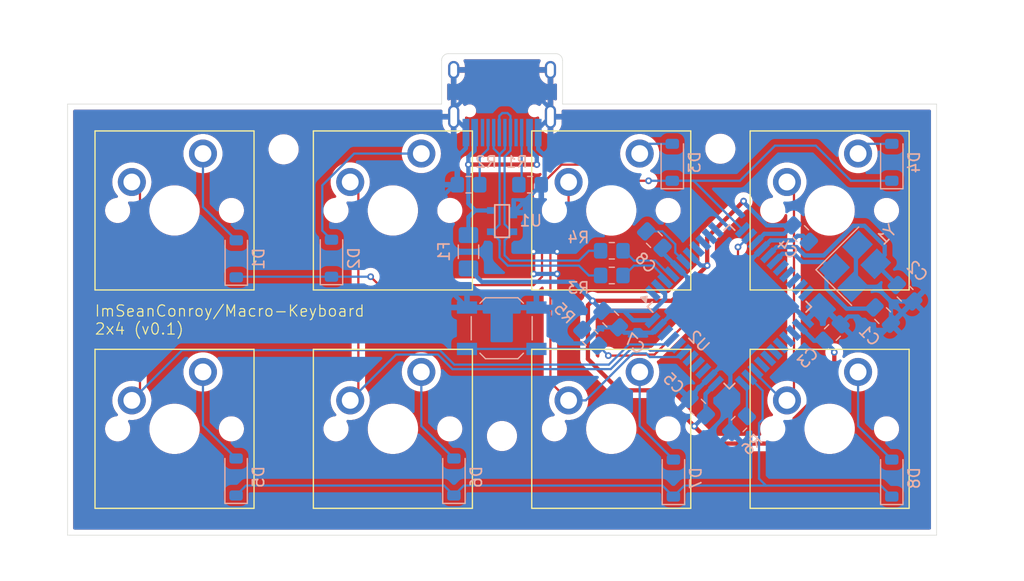
<source format=kicad_pcb>
(kicad_pcb (version 20240108) (generator "pcbnew") (generator_version "8.0")
  (layers (0 "F.Cu" signal) (31 "B.Cu" signal) (34 "B.Paste" user) (35 "F.Paste" user) (36 "B.SilkS" user "B.Silkscreen") (37 "F.SilkS" user "F.Silkscreen") (38 "B.Mask" user) (39 "F.Mask" user) (44 "Edge.Cuts" user))
  (net 0 "")
  (net 1 "DN")
  (net 2 "XTAL1")
  (net 3 "XTAL2")
  (net 4 "GND")
  (net 5 "+5V")
  (net 6 "Net-(U2-UCAP)")
  (net 7 "row0")
  (net 8 "Net-(D1-A)")
  (net 9 "Net-(D2-A)")
  (net 10 "row1")
  (net 11 "Net-(D3-A)")
  (net 12 "Net-(D4-A)")
  (net 13 "Net-(D5-A)")
  (net 14 "Net-(D6-A)")
  (net 15 "Net-(D7-A)")
  (net 16 "Net-(D8-A)")
  (net 17 "VCC")
  (net 20 "RESET")
  (net 22 "Net-(USB1-CC2)")
  (net 23 "Net-(USB1-CC1)")
  (net 24 "D-")
  (net 25 "DP")
  (net 26 "D+")
  (net 27 "Net-(U2-~{HWB}{slash}PE2)")
  (net 28 "col0")
  (net 29 "col1")
  (net 30 "col2")
  (net 31 "col3")
  (net 50 "unconnected-(U2-PB5-Pad29)")
  (footprint "MountingHole:MountingHole_2.2mm_M2_DIN965" (layer "F.Cu") (at 146.425 108.975)
    (property "Reference" "REF**" (hide yes))
    (property "Value" "MountingHole_2.2mm_M2_DIN965" (hide yes))
  )
  (footprint "MountingHole:MountingHole_2.2mm_M2_DIN965" (layer "F.Cu") (at 165.925 83.325)
    (property "Reference" "REF**" (hide yes))
    (property "Value" "MountingHole_2.2mm_M2_DIN965" (hide yes))
  )
  (footprint "ScottoKeebs_MX:MX_PCB_1.00u" (layer "F.Cu") (at 117.183623 108.333623)
    (property "Reference" "SW5" (hide yes))
    (property "Value" "SW_Push" (hide yes))
  )
  (footprint "ScottoKeebs_MX:MX_PCB_1.00u" (layer "F.Cu") (at 136.683623 108.333623)
    (property "Reference" "SW6" (hide yes))
    (property "Value" "SW_Push" (hide yes))
  )
  (footprint "ScottoKeebs_MX:MX_PCB_1.00u" (layer "F.Cu") (at 175.683623 88.833623)
    (property "Reference" "SW4" (hide yes))
    (property "Value" "SW_Push" (hide yes))
  )
  (footprint "ScottoKeebs_MX:MX_PCB_1.00u" (layer "F.Cu") (at 117.183623 88.833623)
    (property "Reference" "SW1" (hide yes))
    (property "Value" "SW_Push" (hide yes))
  )
  (footprint "MountingHole:MountingHole_2.2mm_M2_DIN965" (layer "F.Cu") (at 126.925 83.375)
    (property "Reference" "REF**" (hide yes))
    (property "Value" "MountingHole_2.2mm_M2_DIN965" (hide yes))
  )
  (footprint "ScottoKeebs_MX:MX_PCB_1.00u" (layer "F.Cu") (at 156.183623 108.333623)
    (property "Reference" "SW7" (hide yes))
    (property "Value" "SW_Push" (hide yes))
  )
  (footprint "ScottoKeebs_MX:MX_PCB_1.00u" (layer "F.Cu") (at 175.683623 108.333623)
    (property "Reference" "SW8" (hide yes))
    (property "Value" "SW_Push" (hide yes))
  )
  (footprint "ScottoKeebs_MX:MX_PCB_1.00u" (layer "F.Cu") (at 156.183623 88.833623)
    (property "Reference" "SW3" (hide yes))
    (property "Value" "SW_Push" (hide yes))
  )
  (footprint "ScottoKeebs_MX:MX_PCB_1.00u" (layer "F.Cu") (at 136.683623 88.833623)
    (property "Reference" "SW2" (hide yes))
    (property "Value" "SW_Push" (hide yes))
  )
  (footprint "Diode_SMD:D_SOD-123" (layer "B.Cu") (at 142.133623 112.633623 90)
    (property "Reference" "D6")
    (property "Value" "D")
  )
  (footprint "Diode_SMD:D_SOD-123" (layer "B.Cu") (at 181.233623 84.533623 90)
    (property "Reference" "D4")
    (property "Value" "D")
  )
  (footprint "Resistor_SMD:R_0805_2012Metric_Pad1.20x1.40mm_HandSolder" (layer "B.Cu") (at 143.433623 86.533623)
    (property "Reference" "R2")
    (property "Value" "5.1k" (hide yes))
  )
  (footprint "Capacitor_SMD:C_0805_2012Metric_Pad1.18x1.45mm_HandSolder" (layer "B.Cu") (at 173.1 90.9 -45)
    (property "Reference" "C4")
    (property "Value" "0.1u" (hide yes))
  )
  (footprint "Capacitor_SMD:C_0805_2012Metric_Pad1.18x1.45mm_HandSolder" (layer "B.Cu") (at 156.133623 98.533623 -45)
    (property "Reference" "C7")
    (property "Value" "10u" (hide yes))
  )
  (footprint "Resistor_SMD:R_0805_2012Metric_Pad1.20x1.40mm_HandSolder" (layer "B.Cu") (at 154.3 100.2 135)
    (property "Reference" "R5")
    (property "Value" "10k" (hide yes))
  )
  (footprint "Diode_SMD:D_SOD-123" (layer "B.Cu") (at 131.2 93.1 90)
    (property "Reference" "D2")
    (property "Value" "D")
  )
  (footprint "Resistor_SMD:R_0805_2012Metric_Pad1.20x1.40mm_HandSolder" (layer "B.Cu") (at 167.592893 107.907107 45)
    (property "Reference" "R6")
    (property "Value" "R_Small" (hide yes))
  )
  (footprint "Capacitor_SMD:C_0805_2012Metric_Pad1.18x1.45mm_HandSolder" (layer "B.Cu") (at 163.9 106.4 135)
    (property "Reference" "C5")
    (property "Value" "0.1u" (hide yes))
  )
  (footprint "Diode_SMD:D_SOD-123" (layer "B.Cu") (at 161.633623 84.533623 90)
    (property "Reference" "D3")
    (property "Value" "D")
  )
  (footprint "Crystal:Crystal_SMD_3225-4Pin_3.2x2.5mm_HandSoldering" (layer "B.Cu") (at 177.961522 93.812132 45)
    (property "Reference" "Y1")
    (property "Value" "Crystal_GND24_Small" (hide yes))
  )
  (footprint "Type-C:HRO-TYPE-C-31-M-12-HandSoldering" (layer "B.Cu") (at 146.433623 73.683623)
    (property "Reference" "USB1" (hide yes))
    (property "Value" "HRO-TYPE-C-31-M-12" (hide yes))
  )
  (footprint "Diode_SMD:D_SOD-123" (layer "B.Cu") (at 161.733623 112.733623 90)
    (property "Reference" "D7")
    (property "Value" "D")
  )
  (footprint "Diode_SMD:D_SOD-123" (layer "B.Cu") (at 122.7 93.15 90)
    (property "Reference" "D1")
    (property "Value" "D")
  )
  (footprint "Package_QFP:TQFP-44_10x10mm_P0.8mm" (layer "B.Cu") (at 166.733623 97.433623 -45)
    (property "Reference" "U2")
    (property "Value" "ATmega32U4-A" (hide yes))
  )
  (footprint "Resistor_SMD:R_0805_2012Metric_Pad1.20x1.40mm_HandSolder" (layer "B.Cu") (at 156.233623 92.433623 180)
    (property "Reference" "R4")
    (property "Value" "22" (hide yes))
  )
  (footprint "random-keyboard-parts:SOT143B" (layer "B.Cu") (at 146.433623 89.783623 180)
    (property "Reference" "U1")
    (property "Value" "PRTR5V0U2X" (hide yes))
  )
  (footprint "Diode_SMD:D_SOD-123" (layer "B.Cu") (at 181.233623 112.733623 90)
    (property "Reference" "D8")
    (property "Value" "D")
  )
  (footprint "Fuse:Fuse_1206_3216Metric_Pad1.42x1.75mm_HandSolder" (layer "B.Cu") (at 143.433623 92.521123 90)
    (property "Reference" "F1")
    (property "Value" "500m" (hide yes))
  )
  (footprint "Diode_SMD:D_SOD-123" (layer "B.Cu") (at 122.683623 112.633623 90)
    (property "Reference" "D5")
    (property "Value" "D")
  )
  (footprint "Button_Switch_SMD:SW_SPST_SKQG_WithStem" (layer "B.Cu") (at 146.4 99.35)
    (property "Reference" "SW13" (hide yes))
    (property "Value" "~")
  )
  (footprint "Capacitor_SMD:C_0805_2012Metric_Pad1.18x1.45mm_HandSolder" (layer "B.Cu") (at 182.423044 96.224264 -45)
    (property "Reference" "C2")
    (property "Value" "22p" (hide yes))
  )
  (footprint "Resistor_SMD:R_0805_2012Metric_Pad1.20x1.40mm_HandSolder" (layer "B.Cu") (at 148.933623 86.533623 180)
    (property "Reference" "R1")
    (property "Value" "5.1k" (hide yes))
  )
  (footprint "Capacitor_SMD:C_0805_2012Metric_Pad1.18x1.45mm_HandSolder" (layer "B.Cu") (at 175.933623 99.733623 45)
    (property "Reference" "C3")
    (property "Value" "0.1u" (hide yes))
  )
  (footprint "Resistor_SMD:R_0805_2012Metric_Pad1.20x1.40mm_HandSolder" (layer "B.Cu") (at 156.233623 94.64073 180)
    (property "Reference" "R3")
    (property "Value" "22" (hide yes))
  )
  (footprint "Capacitor_SMD:C_0805_2012Metric_Pad1.18x1.45mm_HandSolder" (layer "B.Cu") (at 180.423044 98.224264 -45)
    (property "Reference" "C1")
    (property "Value" "22p" (hide yes))
  )
  (footprint "Capacitor_SMD:C_0805_2012Metric_Pad1.18x1.45mm_HandSolder" (layer "B.Cu") (at 160.033623 91.433623 -45)
    (property "Reference" "C8")
    (property "Value" "C_Small" (hide yes))
  )
  (gr_line (start 141.033623 79.333623) (end 141.033623 75.433623) (stroke (width 0.05)) (layer "Edge.Cuts"))
  (gr_line (start 141.033623 79.333623) (end 107.633623 79.333623) (stroke (width 0.05)) (layer "Edge.Cuts"))
  (gr_line (start 185.233623 79.333623) (end 185.233623 117.833623) (stroke (width 0.05)) (layer "Edge.Cuts"))
  (gr_line (start 107.633623 117.833623) (end 107.633623 79.333623) (stroke (width 0.05)) (layer "Edge.Cuts"))
  (gr_line (start 141.633623 74.833623) (end 151.233623 74.833623) (stroke (width 0.05)) (layer "Edge.Cuts"))
  (gr_line (start 185.233623 117.833623) (end 107.633623 117.833623) (stroke (width 0.05)) (layer "Edge.Cuts"))
  (gr_line (start 151.833623 75.433623) (end 151.833623 79.333623) (stroke (width 0.05)) (layer "Edge.Cuts"))
  (gr_arc (start 151.233623 74.833623) (mid 151.657887 75.009359) (end 151.833623 75.433623) (stroke (width 0.05)) (layer "Edge.Cuts"))
  (gr_arc (start 141.033623 75.433623) (mid 141.209359 75.009359) (end 141.633623 74.833623) (stroke (width 0.05)) (layer "Edge.Cuts"))
  (gr_line (start 151.833623 79.333623) (end 185.233623 79.333623) (stroke (width 0.05)) (layer "Edge.Cuts"))
  (gr_text "ImSeanConroy/Macro-Keyboard\n2x4 (v0.1)" (at 110 100 0) (layer "F.SilkS") (effects (font (size 1 1) (thickness 0.1)) (justify left bottom)))
  (segment (start 146.208623 83.834287) (end 146.208623 90.091377) (width 0.2) (layer "B.Cu") (net 1))
  (segment (start 145.683623 81.878623) (end 145.683623 83.309287) (width 0.2) (layer "B.Cu") (net 1))
  (segment (start 146.403623 83.633623) (end 146.403623 83.639287) (width 0.2) (layer "B.Cu") (net 1))
  (segment (start 146.403623 83.639287) (end 146.208623 83.834287) (width 0.2) (layer "B.Cu") (net 1))
  (segment (start 154.183622 94.64073) (end 153.305068 93.762176) (width 0.2) (layer "B.Cu") (net 1))
  (segment (start 146.683623 83.353623) (end 146.683623 81.878623) (width 0.2) (layer "B.Cu") (net 1))
  (segment (start 146.943976 93.762176) (end 146.208623 93.026823) (width 0.2) (layer "B.Cu") (net 1))
  (segment (start 145.683623 83.309287) (end 146.208623 83.834287) (width 0.2) (layer "B.Cu") (net 1))
  (segment (start 146.208623 91.508623) (end 145.433623 90.733623) (width 0.2) (layer "B.Cu") (net 1))
  (segment (start 153.305068 93.762176) (end 146.943976 93.762176) (width 0.2) (layer "B.Cu") (net 1))
  (segment (start 146.208623 90.091377) (end 145.566377 90.733623) (width 0.2) (layer "B.Cu") (net 1))
  (segment (start 146.208623 93.026823) (end 146.208623 91.533623) (width 0.2) (layer "B.Cu") (net 1))
  (segment (start 145.566377 90.733623) (end 145.433623 90.733623) (width 0.2) (layer "B.Cu") (net 1))
  (segment (start 155.233623 94.64073) (end 154.183622 94.64073) (width 0.2) (layer "B.Cu") (net 1))
  (segment (start 146.208623 91.533623) (end 146.208623 91.945152) (width 0.2) (layer "B.Cu") (net 1))
  (segment (start 146.208623 91.945152) (end 146.208623 91.508623) (width 0.2) (layer "B.Cu") (net 1))
  (segment (start 146.403623 83.633623) (end 146.683623 83.353623) (width 0.2) (layer "B.Cu") (net 1))
  (segment (start 175.4 95.8) (end 177.2 97.6) (width 0.381) (layer "B.Cu") (net 2))
  (segment (start 175.724264 94.024264) (end 176.123044 94.024264) (width 0.381) (layer "B.Cu") (net 2))
  (segment (start 179.580062 97.6) (end 179.689421 97.490641) (width 0.381) (layer "B.Cu") (net 2))
  (segment (start 173.235331 93.434545) (end 175.134545 93.434545) (width 0.381) (layer "B.Cu") (net 2))
  (segment (start 175.134545 93.434545) (end 175.724264 94.024264) (width 0.381) (layer "B.Cu") (net 2))
  (segment (start 172.500786 92.7) (end 173.235331 93.434545) (width 0.381) (layer "B.Cu") (net 2))
  (segment (start 176.123044 94.024264) (end 175.4 94.747308) (width 0.381) (layer "B.Cu") (net 2))
  (segment (start 171.467246 92.7) (end 172.500786 92.7) (width 0.381) (layer "B.Cu") (net 2))
  (segment (start 177.2 97.6) (end 179.580062 97.6) (width 0.381) (layer "B.Cu") (net 2))
  (segment (start 170.764132 93.403114) (end 171.467246 92.7) (width 0.381) (layer "B.Cu") (net 2))
  (segment (start 175.4 94.747308) (end 175.4 95.8) (width 0.381) (layer "B.Cu") (net 2))
  (segment (start 179.8 93.60122) (end 179.8 93.6) (width 0.2) (layer "B.Cu") (net 3))
  (segment (start 172.722444 92.1) (end 173.475989 92.853545) (width 0.381) (layer "B.Cu") (net 3))
  (segment (start 170.198446 92.837429) (end 170.935875 92.1) (width 0.381) (layer "B.Cu") (net 3))
  (segment (start 178.804296 90.204296) (end 180.6 92) (width 0.381) (layer "B.Cu") (net 3))
  (segment (start 181.689421 95.490641) (end 181.689421 95.489421) (width 0.381) (layer "B.Cu") (net 3))
  (segment (start 181.689421 95.489421) (end 179.8 93.6) (width 0.381) (layer "B.Cu") (net 3))
  (segment (start 180.6 92.8) (end 179.8 93.6) (width 0.381) (layer "B.Cu") (net 3))
  (segment (start 173.475989 92.853545) (end 175.146455 92.853545) (width 0.381) (layer "B.Cu") (net 3))
  (segment (start 170.935875 92.1) (end 172.722444 92.1) (width 0.381) (layer "B.Cu") (net 3))
  (segment (start 175.146455 92.853545) (end 177.795704 90.204296) (width 0.381) (layer "B.Cu") (net 3))
  (segment (start 177.795704 90.204296) (end 178.804296 90.204296) (width 0.381) (layer "B.Cu") (net 3))
  (segment (start 180.6 92) (end 180.6 92.8) (width 0.381) (layer "B.Cu") (net 3))
  (via (at 151.35 94.5) (size 0.6) (drill 0.3) (layers "F.Cu" "B.Cu") (net 4))
  (via (at 149.25 92.5) (size 0.6) (drill 0.3) (layers "F.Cu" "B.Cu") (net 4))
  (via (at 151.35 92.5) (size 0.6) (drill 0.3) (layers "F.Cu" "B.Cu") (net 4))
  (via (at 149.25 94.5) (size 0.6) (drill 0.3) (layers "F.Cu" "B.Cu") (net 4))
  (segment (start 155.24619 99.267246) (end 154.556718 99.956718) (width 0.381) (layer "B.Cu") (net 4))
  (segment (start 173.592559 98.635705) (end 174.128264 98.1) (width 0.381) (layer "B.Cu") (net 4))
  (segment (start 151.35 92.5) (end 149.25 92.5) (width 0.381) (layer "B.Cu") (net 4))
  (segment (start 142.166377 86.533623) (end 142.433623 86.533623) (width 0.381) (layer "B.Cu") (net 4))
  (segment (start 142.113623 79.786377) (end 142.113623 80.463623) (width 0.381) (layer "B.Cu") (net 4))
  (segment (start 150.119408 97.5) (end 150.5905 97.971092) (width 0.381) (layer "B.Cu") (net 4))
  (segment (start 142.433623 84.043965) (end 142.433623 86.533623) (width 0.381) (layer "B.Cu") (net 4))
  (segment (start 150.5905 99.6905) (end 151.603976 100.703976) (width 0.381) (layer "B.Cu") (net 4))
  (segment (start 174.128264 98.1) (end 175.767246 98.1) (width 0.381) (layer "B.Cu") (net 4))
  (segment (start 166.820421 103.569474) (end 166.175947 102.925) (width 0.381) (layer "B.Cu") (net 4))
  (segment (start 181.156667 97.259107) (end 181.156667 98.957887) (width 0.381) (layer "B.Cu") (net 4))
  (segment (start 150.5905 97.971092) (end 150.5905 99.6905) (width 0.381) (layer "B.Cu") (net 4))
  (segment (start 149.7 78.7) (end 143.2 78.7) (width 0.381) (layer "B.Cu") (net 4))
  (segment (start 179.85061 95.65061) (end 177.74939 95.65061) (width 0.381) (layer "B.Cu") (net 4))
  (segment (start 143.208623 81.878623) (end 143.208623 83.268965) (width 0.381) (layer "B.Cu") (net 4))
  (segment (start 166.175947 99.875947) (end 166.175947 102.925) (width 0.381) (layer "B.Cu") (net 4))
  (segment (start 178.030642 92.116666) (end 178.030642 95.369358) (width 0.381) (layer "B.Cu") (net 4))
  (segment (start 180.614554 99.5) (end 181.156667 98.957887) (width 0.381) (layer "B.Cu") (net 4))
  (segment (start 181.157887 96.957887) (end 181.157887 97.257887) (width 0.381) (layer "B.Cu") (net 4))
  (segment (start 162.970882 94.802253) (end 162.970882 96.670882) (width 0.381) (layer "B.Cu") (net 4))
  (segment (start 143.2 78.7) (end 142.113623 79.786377) (width 0.381) (layer "B.Cu") (net 4))
  (segment (start 178.173654 91.973654) (end 178.030642 92.116666) (width 0.381) (layer "B.Cu") (net 4))
  (segment (start 181.157887 97.257887) (end 181.156667 97.259107) (width 0.381) (layer "B.Cu") (net 4))
  (segment (start 143.208623 83.268965) (end 142.433623 84.043965) (width 0.381) (layer "B.Cu") (net 4))
  (segment (start 149.5 97.5) (end 143.3 97.5) (width 0.381) (layer "B.Cu") (net 4))
  (segment (start 153.80946 100.703976) (end 154.556718 99.956718) (width 0.381) (layer "B.Cu") (net 4))
  (segment (start 159.890774 99.750989) (end 157.350989 99.750989) (width 0.381) (layer "B.Cu") (net 4))
  (segment (start 162.970882 96.670882) (end 171.627736 96.670882) (width 0.381) (layer "B.Cu") (net 4))
  (segment (start 143.208623 81.558623) (end 142.113623 80.463623) (width 0.381) (layer "B.Cu") (net 4))
  (segment (start 172.415856 91.5) (end 170.404504 91.5) (width 0.381) (layer "B.Cu") (net 4))
  (segment (start 164.965856 103.734144) (end 163.166377 105.533623) (width 0.381) (layer "B.Cu") (net 4))
  (segment (start 178.030642 95.369358) (end 177.74939 95.65061) (width 0.381) (layer "B.Cu") (net 4))
  (segment (start 156.867246 99.267246) (end 155.24619 99.267246) (width 0.381) (layer "B.Cu") (net 4))
  (segment (start 150.753623 80.463623) (end 150.753623 79.753623) (width 0.381) (layer "B.Cu") (net 4))
  (segment (start 166.820421 108.548849) (end 166.820421 103.569474) (width 0.381) (layer "B.Cu") (net 4))
  (segment (start 162.137429 93.9688) (end 160.767246 92.598617) (width 0.381) (layer "B.Cu") (net 4))
  (segment (start 160.767246 92.598617) (end 160.767246 92.167246) (width 0.381) (layer "B.Cu") (net 4))
  (segment (start 149.25 94.5) (end 151.35 94.5) (width 0.381) (layer "B.Cu") (net 4))
  (segment (start 149.933623 86.533623) (end 147.433623 89.033623) (width 0.381) (layer "B.Cu") (net 4))
  (segment (start 183.156667 96.957887) (end 181.157887 96.957887) (width 0.381) (layer "B.Cu") (net 4))
  (segment (start 150.753623 79.753623) (end 149.7 78.7) (width 0.381) (layer "B.Cu") (net 4))
  (segment (start 163.166377 105.533623) (end 163.166377 105.666377) (width 0.381) (layer "B.Cu") (net 4))
  (segment (start 171.627736 96.670882) (end 173.592559 98.635705) (width 0.381) (layer "B.Cu") (net 4))
  (segment (start 166.175947 102.925) (end 165.767729 102.925) (width 0.381) (layer "B.Cu") (net 4))
  (segment (start 162.970882 96.670882) (end 166.175947 99.875947) (width 0.381) (layer "B.Cu") (net 4))
  (segment (start 175.767246 98.1) (end 176.667246 99) (width 0.381) (layer "B.Cu") (net 4))
  (segment (start 149.658623 83.358623) (end 150.233623 83.933623) (width 0.381) (layer "B.Cu") (net 4))
  (segment (start 178.2 98.3) (end 179.4 99.5) (width 0.381) (layer "B.Cu") (net 4))
  (segment (start 149.658623 81.878623) (end 149.658623 83.358623) (width 0.381) (layer "B.Cu") (net 4))
  (segment (start 149.658623 81.558623) (end 150.753623 80.463623) (width 0.381) (layer "B.Cu") (net 4))
  (segment (start 164.965856 103.726873) (end 164.965856 103.734144) (width 0.381) (layer "B.Cu") (net 4))
  (segment (start 143.3 97.5) (end 140.448123 94.648123) (width 0.381) (layer "B.Cu") (net 4))
  (segment (start 149.658623 81.878623) (end 149.658623 81.558623) (width 0.381) (layer "B.Cu") (net 4))
  (segment (start 151.603976 100.703976) (end 153.80946 100.703976) (width 0.381) (layer "B.Cu") (net 4))
  (segment (start 143.208623 81.878623) (end 143.208623 81.558623) (width 0.381) (layer "B.Cu") (net 4))
  (segment (start 166.630208 93.011555) (end 168.892949 93.011555) (width 0.381) (layer "B.Cu") (net 4))
  (segment (start 166.885786 108.614214) (end 166.820421 108.548849) (width 0.381) (layer "B.Cu") (net 4))
  (segment (start 140.448123 88.251877) (end 142.166377 86.533623) (width 0.381) (layer "B.Cu") (net 4))
  (segment (start 162.137429 93.9688) (end 162.970882 94.802253) (width 0.381) (layer "B.Cu") (net 4))
  (segment (start 157.350989 99.750989) (end 156.867246 99.267246) (width 0.381) (layer "B.Cu") (net 4))
  (segment (start 165.767729 102.925) (end 164.965856 103.726873) (width 0.381) (layer "B.Cu") (net 4))
  (segment (start 173.3 91.1) (end 172.815856 91.1) (width 0.381) (layer "B.Cu") (net 4))
  (segment (start 150.233623 86.233623) (end 149.933623 86.533623) (width 0.381) (layer "B.Cu") (net 4))
  (segment (start 150.233623 83.933623) (end 150.233623 86.233623) (width 0.381) (layer "B.Cu") (net 4))
  (segment (start 179.4 99.5) (end 180.614554 99.5) (width 0.381) (layer "B.Cu") (net 4))
  (segment (start 176.667246 99) (end 177.367246 98.3) (width 0.381) (layer "B.Cu") (net 4))
  (segment (start 181.157887 96.957887) (end 179.85061 95.65061) (width 0.381) (layer "B.Cu") (net 4))
  (segment (start 173.833623 91.633623) (end 173.3 91.1) (width 0.381) (layer "B.Cu") (net 4))
  (segment (start 170.404504 91.5) (end 169.632761 92.271743) (width 0.381) (layer "B.Cu") (net 4))
  (segment (start 159.890774 99.750989) (end 160.440373 99.20139) (width 0.381) (layer "B.Cu") (net 4))
  (segment (start 177.367246 98.3) (end 178.2 98.3) (width 0.381) (layer "B.Cu") (net 4))
  (segment (start 140.448123 94.648123) (end 140.448123 88.251877) (width 0.381) (layer "B.Cu") (net 4))
  (segment (start 150.753623 80.463623) (end 150.753623 76.283623) (width 0.381) (layer "B.Cu") (net 4))
  (segment (start 149.5 97.5) (end 150.119408 97.5) (width 0.381) (layer "B.Cu") (net 4))
  (segment (start 162.970882 96.670882) (end 166.630208 93.011555) (width 0.381) (layer "B.Cu") (net 4))
  (segment (start 160.440373 99.20139) (end 162.970882 96.670882) (width 0.381) (layer "B.Cu") (net 4))
  (segment (start 142.113623 80.463623) (end 142.113623 76.283623) (width 0.381) (layer "B.Cu") (net 4))
  (segment (start 172.815856 91.1) (end 172.415856 91.5) (width 0.381) (layer "B.Cu") (net 4))
  (segment (start 168.892949 93.011555) (end 169.632761 92.271743) (width 0.381) (layer "B.Cu") (net 4))
  (segment (start 160.394123 104.894123) (end 163.6 108.1) (width 0.381) (layer "F.Cu") (net 5))
  (segment (start 164.75 91.25) (end 168 88) (width 0.381) (layer "F.Cu") (net 5))
  (segment (start 154.5 96.9) (end 154.1 97.3) (width 0.381) (layer "F.Cu") (net 5))
  (segment (start 154.1 102.1) (end 156.894123 104.894123) (width 0.381) (layer "F.Cu") (net 5))
  (segment (start 154.1 97.3) (end 154.1 102.1) (width 0.381) (layer "F.Cu") (net 5))
  (segment (start 171.148521 109.649123) (end 172.553141 108.244503) (width 0.381) (layer "F.Cu") (net 5))
  (segment (start 156.894123 104.894123) (end 160.394123 104.894123) (width 0.381) (layer "F.Cu") (net 5))
  (segment (start 172.553141 107.434123) (end 176.1 103.887264) (width 0.381) (layer "F.Cu") (net 5))
  (segment (start 161.6 96.9) (end 164.75 93.75) (width 0.381) (layer "F.Cu") (net 5))
  (segment (start 165.149123 109.649123) (end 171.148521 109.649123) (width 0.381) (layer "F.Cu") (net 5))
  (segment (start 176.1 103.887264) (end 176.1 101.5) (width 0.381) (layer "F.Cu") (net 5))
  (segment (start 172.553141 108.244503) (end 172.553141 107.434123) (width 0.381) (layer "F.Cu") (net 5))
  (segment (start 164.75 93.75) (end 164.75 91.25) (width 0.381) (layer "F.Cu") (net 5))
  (segment (start 154.5 96.9) (end 161.6 96.9) (width 0.381) (layer "F.Cu") (net 5))
  (segment (start 163.6 108.1) (end 165.149123 109.649123) (width 0.381) (layer "F.Cu") (net 5))
  (via (at 164.75 93.75) (size 0.6) (drill 0.3) (layers "F.Cu" "B.Cu") (net 5))
  (via (at 176.1 101.5) (size 0.6) (drill 0.3) (layers "F.Cu" "B.Cu") (net 5))
  (via (at 154.5 96.9) (size 0.6) (drill 0.3) (layers "F.Cu" "B.Cu") (net 5))
  (via (at 163.6 108.1) (size 0.6) (drill 0.3) (layers "F.Cu" "B.Cu") (net 5))
  (via (at 168 88) (size 0.6) (drill 0.3) (layers "F.Cu" "B.Cu") (net 5))
  (segment (start 164.6 105.2241) (end 164.6 107.1) (width 0.381) (layer "B.Cu") (net 5))
  (segment (start 170.075979 90.166377) (end 172.366377 90.166377) (width 0.381) (layer "B.Cu") (net 5))
  (segment (start 175.2 100.467246) (end 174.292729 100.467246) (width 0.381) (layer "B.Cu") (net 5))
  (segment (start 164.181371 93.75) (end 163.2688 92.837429) (width 0.381) (layer "B.Cu") (net 5))
  (segment (start 160.989971 96.729169) (end 159.91914 97.8) (width 0.381) (layer "B.Cu") (net 5))
  (segment (start 164.6 107.1) (end 164.633623 107.133623) (width 0.381) (layer "B.Cu") (net 5))
  (segment (start 168 88.090398) (end 170.075979 90.166377) (width 0.381) (layer "B.Cu") (net 5))
  (segment (start 164.75 93.75) (end 164.181371 93.75) (width 0.381) (layer "B.Cu") (net 5))
  (segment (start 157 97.8) (end 157.3 97.8) (width 0.381) (layer "B.Cu") (net 5))
  (segment (start 173.026873 99.20139) (end 174.292729 100.467246) (width 0.381) (layer "B.Cu") (net 5))
  (segment (start 169.854133 90.919) (end 171.613754 90.919) (width 0.381) (layer "B.Cu") (net 5))
  (segment (start 165.531541 104.292559) (end 164.6 105.2241) (width 0.381) (layer "B.Cu") (net 5))
  (segment (start 152.8 95.2) (end 144.625 95.2) (width 0.381) (layer "B.Cu") (net 5))
  (segment (start 176.1 101.367246) (end 175.2 100.467246) (width 0.381) (layer "B.Cu") (net 5))
  (segment (start 155.4 97.8) (end 154.5 96.9) (width 0.381) (layer "B.Cu") (net 5))
  (segment (start 155.4 97.8) (end 155.285786 97.8) (width 0.381) (layer "B.Cu") (net 5))
  (segment (start 169.067075 91.706058) (end 169.854133 90.919) (width 0.381) (layer "B.Cu") (net 5))
  (segment (start 154.5 96.9) (end 152.8 95.2) (width 0.381) (layer "B.Cu") (net 5))
  (segment (start 159.874687 98.635705) (end 158.135705 98.635705) (width 0.381) (layer "B.Cu") (net 5))
  (segment (start 155.366377 97.766377) (end 155.319409 97.766377) (width 0.381) (layer "B.Cu") (net 5))
  (segment (start 176.1 101.5) (end 176.1 101.367246) (width 0.381) (layer "B.Cu") (net 5))
  (segment (start 155.4 97.8) (end 157 97.8) (width 0.381) (layer "B.Cu") (net 5))
  (segment (start 164.566377 107.133623) (end 163.6 108.1) (width 0.381) (layer "B.Cu") (net 5))
  (segment (start 160.989971 96.215454) (end 160.989971 96.729169) (width 0.381) (layer "B.Cu") (net 5))
  (segment (start 159.91914 97.8) (end 157 97.8) (width 0.381) (layer "B.Cu") (net 5))
  (segment (start 160.440373 95.665856) (end 160.989971 96.215454) (width 0.381) (layer "B.Cu") (net 5))
  (segment (start 168 88) (end 168 88.090398) (width 0.381) (layer "B.Cu") (net 5))
  (segment (start 155.285786 97.8) (end 153.592893 99.492893) (width 0.381) (layer "B.Cu") (net 5))
  (segment (start 157.3 97.8) (end 158.135705 98.635705) (width 0.381) (layer "B.Cu") (net 5))
  (segment (start 171.613754 90.919) (end 172.366377 90.166377) (width 0.381) (layer "B.Cu") (net 5))
  (segment (start 164.633623 107.133623) (end 164.566377 107.133623) (width 0.381) (layer "B.Cu") (net 5))
  (segment (start 144.625 95.2) (end 143.433623 94.008623) (width 0.381) (layer "B.Cu") (net 5))
  (segment (start 161.9 92.6) (end 162.703114 93.403114) (width 0.2) (layer "B.Cu") (net 6))
  (segment (start 160.74957 90.7) (end 161.9 91.85043) (width 0.2) (layer "B.Cu") (net 6))
  (segment (start 159.3 90.7) (end 160.74957 90.7) (width 0.2) (layer "B.Cu") (net 6))
  (segment (start 161.9 91.85043) (end 161.9 92.6) (width 0.2) (layer "B.Cu") (net 6))
  (segment (start 149.878623 89.341035) (end 149.878623 86.596591) (width 0.2) (layer "F.Cu") (net 7))
  (segment (start 153.443623 84.743623) (end 154.883623 86.183623) (width 0.2) (layer "F.Cu") (net 7))
  (segment (start 149.25 95.5) (end 150 94.75) (width 0.2) (layer "F.Cu") (net 7))
  (segment (start 151.731591 84.743623) (end 153.443623 84.743623) (width 0.2) (layer "F.Cu") (net 7))
  (segment (start 150 89.462412) (end 149.878623 89.341035) (width 0.2) (layer "F.Cu") (net 7))
  (segment (start 150 94.75) (end 150 89.462412) (width 0.2) (layer "F.Cu") (net 7))
  (segment (start 149.878623 86.596591) (end 151.731591 84.743623) (width 0.2) (layer "F.Cu") (net 7))
  (segment (start 134.7 94.75) (end 135.45 95.5) (width 0.2) (layer "F.Cu") (net 7))
  (segment (start 154.883623 86.183623) (end 159.516377 86.183623) (width 0.2) (layer "F.Cu") (net 7))
  (segment (start 135.45 95.5) (end 149.25 95.5) (width 0.2) (layer "F.Cu") (net 7))
  (via (at 159.516377 86.183623) (size 0.6) (drill 0.3) (layers "F.Cu" "B.Cu") (net 7))
  (via (at 134.7 94.75) (size 0.6) (drill 0.3) (layers "F.Cu" "B.Cu") (net 7))
  (segment (start 134.7 94.75) (end 131.2 94.75) (width 0.2) (layer "B.Cu") (net 7))
  (segment (start 167.935705 90.574687) (end 163.544641 86.183623) (width 0.2) (layer "B.Cu") (net 7))
  (segment (start 122.75 94.75) (end 122.7 94.8) (width 0.2) (layer "B.Cu") (net 7))
  (segment (start 170.8 83.05) (end 174.45 83.05) (width 0.2) (layer "B.Cu") (net 7))
  (segment (start 131.2 94.75) (end 122.75 94.75) (width 0.2) (layer "B.Cu") (net 7))
  (segment (start 163.544641 86.183623) (end 167.666377 86.183623) (width 0.2) (layer "B.Cu") (net 7))
  (segment (start 174.45 83.05) (end 177.583623 86.183623) (width 0.2) (layer "B.Cu") (net 7))
  (segment (start 161.633623 86.183623) (end 159.516377 86.183623) (width 0.2) (layer "B.Cu") (net 7))
  (segment (start 167.666377 86.183623) (end 170.8 83.05) (width 0.2) (layer "B.Cu") (net 7))
  (segment (start 159.5 86.2) (end 159.516377 86.183623) (width 0.2) (layer "B.Cu") (net 7))
  (segment (start 161.633623 86.183623) (end 163.516377 86.183623) (width 0.2) (layer "B.Cu") (net 7))
  (segment (start 163.544641 86.183623) (end 161.633623 86.183623) (width 0.2) (layer "B.Cu") (net 7))
  (segment (start 177.583623 86.183623) (end 181.233623 86.183623) (width 0.2) (layer "B.Cu") (net 7))
  (segment (start 122.7 91.5) (end 119.723623 88.523623) (width 0.2) (layer "B.Cu") (net 8))
  (segment (start 119.723623 88.523623) (end 119.723623 83.753623) (width 0.2) (layer "B.Cu") (net 8))
  (segment (start 130.378623 90.628623) (end 130.378623 86.596591) (width 0.2) (layer "B.Cu") (net 9))
  (segment (start 131.2 91.45) (end 130.378623 90.628623) (width 0.2) (layer "B.Cu") (net 9))
  (segment (start 130.378623 86.596591) (end 133.221591 83.753623) (width 0.2) (layer "B.Cu") (net 9))
  (segment (start 133.221591 83.753623) (end 139.223623 83.753623) (width 0.2) (layer "B.Cu") (net 9))
  (segment (start 141.25 113.4) (end 123.567246 113.4) (width 0.2) (layer "B.Cu") (net 10))
  (segment (start 169.5 113.4) (end 170 113.4) (width 0.2) (layer "B.Cu") (net 10))
  (segment (start 142.133623 114.283623) (end 143.017246 113.4) (width 0.2) (layer "B.Cu") (net 10))
  (segment (start 169.378623 107.826211) (end 169.378623 112.778623) (width 0.2) (layer "B.Cu") (net 10))
  (segment (start 162.717246 113.4) (end 169.5 113.4) (width 0.2) (layer "B.Cu") (net 10))
  (segment (start 169.7 104.925483) (end 169.7 107.504834) (width 0.2) (layer "B.Cu") (net 10))
  (segment (start 170 113.4) (end 180.25 113.4) (width 0.2) (layer "B.Cu") (net 10))
  (segment (start 169.7 107.504834) (end 169.378623 107.826211) (width 0.2) (layer "B.Cu") (net 10))
  (segment (start 169.378623 112.778623) (end 170 113.4) (width 0.2) (layer "B.Cu") (net 10))
  (segment (start 160.75 113.4) (end 161.733623 114.383623) (width 0.2) (layer "B.Cu") (net 10))
  (segment (start 142.133623 114.283623) (end 141.25 113.4) (width 0.2) (layer "B.Cu") (net 10))
  (segment (start 168.50139 103.726873) (end 169.7 104.925483) (width 0.2) (layer "B.Cu") (net 10))
  (segment (start 161.733623 114.383623) (end 162.717246 113.4) (width 0.2) (layer "B.Cu") (net 10))
  (segment (start 180.25 113.4) (end 181.233623 114.383623) (width 0.2) (layer "B.Cu") (net 10))
  (segment (start 143.017246 113.4) (end 160.75 113.4) (width 0.2) (layer "B.Cu") (net 10))
  (segment (start 123.567246 113.4) (end 122.683623 114.283623) (width 0.2) (layer "B.Cu") (net 10))
  (segment (start 161.633623 82.883623) (end 159.593623 82.883623) (width 0.2) (layer "B.Cu") (net 11))
  (segment (start 159.593623 82.883623) (end 158.723623 83.753623) (width 0.2) (layer "B.Cu") (net 11))
  (segment (start 179.093623 82.883623) (end 178.223623 83.753623) (width 0.2) (layer "B.Cu") (net 12))
  (segment (start 181.233623 82.883623) (end 179.093623 82.883623) (width 0.2) (layer "B.Cu") (net 12))
  (segment (start 119.723623 108.023623) (end 119.723623 103.253623) (width 0.2) (layer "B.Cu") (net 13))
  (segment (start 122.683623 110.983623) (end 119.723623 108.023623) (width 0.2) (layer "B.Cu") (net 13))
  (segment (start 142.133623 110.983623) (end 139.223623 108.073623) (width 0.2) (layer "B.Cu") (net 14))
  (segment (start 139.223623 108.073623) (end 139.223623 103.253623) (width 0.2) (layer "B.Cu") (net 14))
  (segment (start 158.723623 108.073623) (end 158.723623 103.253623) (width 0.2) (layer "B.Cu") (net 15))
  (segment (start 161.733623 111.083623) (end 158.723623 108.073623) (width 0.2) (layer "B.Cu") (net 15))
  (segment (start 178.223623 108.073623) (end 178.223623 103.253623) (width 0.2) (layer "B.Cu") (net 16))
  (segment (start 181.233623 111.083623) (end 178.223623 108.073623) (width 0.2) (layer "B.Cu") (net 16))
  (segment (start 149.533623 84.733623) (end 143.424123 84.733623) (width 0.381) (layer "F.Cu") (net 17))
  (via (at 149.533623 84.733623) (size 0.6) (drill 0.3) (layers "F.Cu" "B.Cu") (net 17))
  (via (at 143.424123 84.733623) (size 0.6) (drill 0.3) (layers "F.Cu" "B.Cu") (net 17))
  (segment (start 143.424123 84.733623) (end 143.424123 84.044123) (width 0.381) (layer "B.Cu") (net 17))
  (segment (start 149.417965 83.939623) (end 149.533623 84.055281) (width 0.381) (layer "B.Cu") (net 17))
  (segment (start 149.533623 84.055281) (end 149.533623 84.733623) (width 0.381) (layer "B.Cu") (net 17))
  (segment (start 144.033623 88.833623) (end 143.424123 88.224123) (width 0.381) (layer "B.Cu") (net 17))
  (segment (start 144.033623 88.833623) (end 143.433623 89.433623) (width 0.381) (layer "B.Cu") (net 17))
  (segment (start 145.433623 88.833623) (end 144.033623 88.833623) (width 0.381) (layer "B.Cu") (net 17))
  (segment (start 148.883623 83.405281) (end 149.417965 83.939623) (width 0.381) (layer "B.Cu") (net 17))
  (segment (start 143.433623 89.433623) (end 143.433623 91.033623) (width 0.381) (layer "B.Cu") (net 17))
  (segment (start 148.883623 81.878623) (end 148.883623 83.405281) (width 0.381) (layer "B.Cu") (net 17))
  (segment (start 143.424123 88.224123) (end 143.424123 84.733623) (width 0.381) (layer "B.Cu") (net 17))
  (segment (start 143.424123 84.044123) (end 143.983623 83.484623) (width 0.381) (layer "B.Cu") (net 17))
  (segment (start 143.983623 83.484623) (end 143.983623 81.878623) (width 0.381) (layer "B.Cu") (net 17))
  (segment (start 160.046377 101.703623) (end 167.5 94.25) (width 0.2) (layer "F.Cu") (net 20))
  (segment (start 155.923298 101.7968) (end 157.988414 101.7968) (width 0.2) (layer "F.Cu") (net 20))
  (segment (start 158.081591 101.703623) (end 160.046377 101.703623) (width 0.2) (layer "F.Cu") (net 20))
  (segment (start 167.5 94.25) (end 167.5 92.1) (width 0.2) (layer "F.Cu") (net 20))
  (segment (start 157.988414 101.7968) (end 158.081591 101.703623) (width 0.2) (layer "F.Cu") (net 20))
  (via (at 155.923298 101.7968) (size 0.6) (drill 0.3) (layers "F.Cu" "B.Cu") (net 20))
  (via (at 167.5 92.1) (size 0.6) (drill 0.3) (layers "F.Cu" "B.Cu") (net 20))
  (segment (start 153.064126 101.2) (end 153.072038 101.207912) (width 0.2) (layer "B.Cu") (net 20))
  (segment (start 153.072038 101.207912) (end 154.706302 101.207912) (width 0.2) (layer "B.Cu") (net 20))
  (segment (start 167.5 92.1) (end 167.541763 92.1) (width 0.2) (layer "B.Cu") (net 20))
  (segment (start 154.706302 101.207912) (end 155.007107 100.907107) (width 0.2) (layer "B.Cu") (net 20))
  (segment (start 143.3 101.2) (end 149.5 101.2) (width 0.2) (layer "B.Cu") (net 20))
  (segment (start 155.033605 100.907107) (end 155.007107 100.907107) (width 0.2) (layer "B.Cu") (net 20))
  (segment (start 167.541763 92.1) (end 168.50139 91.140373) (width 0.2) (layer "B.Cu") (net 20))
  (segment (start 149.5 101.2) (end 153.064126 101.2) (width 0.2) (layer "B.Cu") (net 20))
  (segment (start 155.923298 101.7968) (end 155.033605 100.907107) (width 0.2) (layer "B.Cu") (net 20))
  (segment (start 148.183623 86.283623) (end 147.933623 86.533623) (width 0.2) (layer "B.Cu") (net 22))
  (segment (start 148.183623 81.878623) (end 148.183623 86.283623) (width 0.2) (layer "B.Cu") (net 22))
  (segment (start 145.183623 81.878623) (end 145.183623 83.353623) (width 0.2) (layer "B.Cu") (net 23))
  (segment (start 144.433623 84.103623) (end 144.433623 86.533623) (width 0.2) (layer "B.Cu") (net 23))
  (segment (start 145.183623 83.353623) (end 144.433623 84.103623) (width 0.2) (layer "B.Cu") (net 23))
  (segment (start 157.333623 94.64073) (end 157.233623 94.64073) (width 0.2) (layer "B.Cu") (net 24))
  (segment (start 159.911997 93.758623) (end 158.533623 93.758623) (width 0.2) (layer "B.Cu") (net 24))
  (segment (start 158.53007 93.762176) (end 158.212177 93.762176) (width 0.2) (layer "B.Cu") (net 24))
  (segment (start 161.006058 95.100171) (end 161.006058 94.852684) (width 0.2) (layer "B.Cu") (net 24))
  (segment (start 158.533623 93.758623) (end 158.53007 93.762176) (width 0.2) (layer "B.Cu") (net 24))
  (segment (start 161.006058 94.852684) (end 159.911997 93.758623) (width 0.2) (layer "B.Cu") (net 24))
  (segment (start 158.212177 93.762176) (end 157.333623 94.64073) (width 0.2) (layer "B.Cu") (net 24))
  (segment (start 146.658623 84.008623) (end 147.183623 83.483623) (width 0.2) (layer "B.Cu") (net 25))
  (segment (start 147.130377 93.312177) (end 146.658623 92.840423) (width 0.2) (layer "B.Cu") (net 25))
  (segment (start 146.658623 91.945152) (end 146.658623 91.508623) (width 0.2) (layer "B.Cu") (net 25))
  (segment (start 147.433623 90.733623) (end 147.333623 90.733623) (width 0.2) (layer "B.Cu") (net 25))
  (segment (start 147.183623 83.483623) (end 147.183623 81.878623) (width 0.2) (layer "B.Cu") (net 25))
  (segment (start 146.658623 91.533623) (end 146.658623 91.945152) (width 0.2) (layer "B.Cu") (net 25))
  (segment (start 146.913623 80.133623) (end 146.453623 80.133623) (width 0.2) (layer "B.Cu") (net 25))
  (segment (start 147.333623 90.733623) (end 146.658623 90.058623) (width 0.2) (layer "B.Cu") (net 25))
  (segment (start 146.658623 90.058623) (end 146.658623 84.008623) (width 0.2) (layer "B.Cu") (net 25))
  (segment (start 146.658623 92.840423) (end 146.658623 91.533623) (width 0.2) (layer "B.Cu") (net 25))
  (segment (start 147.183623 80.403623) (end 146.913623 80.133623) (width 0.2) (layer "B.Cu") (net 25))
  (segment (start 146.658623 91.508623) (end 147.433623 90.733623) (width 0.2) (layer "B.Cu") (net 25))
  (segment (start 146.453623 80.133623) (end 146.183623 80.403623) (width 0.2) (layer "B.Cu") (net 25))
  (segment (start 146.183623 80.403623) (end 146.183623 81.878623) (width 0.2) (layer "B.Cu") (net 25))
  (segment (start 147.183623 81.878623) (end 147.183623 80.403623) (width 0.2) (layer "B.Cu") (net 25))
  (segment (start 154.183622 92.433623) (end 153.305068 93.312177) (width 0.2) (layer "B.Cu") (net 25))
  (segment (start 155.233623 92.433623) (end 154.183622 92.433623) (width 0.2) (layer "B.Cu") (net 25))
  (segment (start 153.305068 93.312177) (end 147.130377 93.312177) (width 0.2) (layer "B.Cu") (net 25))
  (segment (start 158.357863 93.312177) (end 158.212177 93.312177) (width 0.2) (layer "B.Cu") (net 26))
  (segment (start 161.571743 94.534485) (end 161.324257 94.534485) (width 0.2) (layer "B.Cu") (net 26))
  (segment (start 161.324257 94.534485) (end 160.098395 93.308623) (width 0.2) (layer "B.Cu") (net 26))
  (segment (start 158.361417 93.308623) (end 158.357863 93.312177) (width 0.2) (layer "B.Cu") (net 26))
  (segment (start 157.333623 92.433623) (end 157.233623 92.433623) (width 0.2) (layer "B.Cu") (net 26))
  (segment (start 160.098395 93.308623) (end 158.361417 93.308623) (width 0.2) (layer "B.Cu") (net 26))
  (segment (start 158.212177 93.312177) (end 157.333623 92.433623) (width 0.2) (layer "B.Cu") (net 26))
  (segment (start 168.3 107.2) (end 168.3 104.656854) (width 0.2) (layer "B.Cu") (net 27))
  (segment (start 168.3 104.656854) (end 167.935705 104.292559) (width 0.2) (layer "B.Cu") (net 27))
  (segment (start 114.1 87.02) (end 113.373623 86.293623) (width 0.2) (layer "F.Cu") (net 28))
  (segment (start 113.373623 105.793623) (end 114.1 105.067246) (width 0.2) (layer "F.Cu") (net 28))
  (segment (start 114.1 105.067246) (end 114.1 87.02) (width 0.2) (layer "F.Cu") (net 28))
  (segment (start 142.165686 102.6) (end 140.869309 101.303623) (width 0.2) (layer "B.Cu") (net 28))
  (segment (start 117.863623 101.303623) (end 113.373623 105.793623) (width 0.2) (layer "B.Cu") (net 28))
  (segment (start 161.571743 100.332761) (end 161.112645 100.791859) (width 0.2) (layer "B.Cu") (net 28))
  (segment (start 155.968628 102.6) (end 142.165686 102.6) (width 0.2) (layer "B.Cu") (net 28))
  (segment (start 160.545918 100.791859) (end 160.537777 100.8) (width 0.2) (layer "B.Cu") (net 28))
  (segment (start 161.112645 100.791859) (end 160.545918 100.791859) (width 0.2) (layer "B.Cu") (net 28))
  (segment (start 140.869309 101.303623) (end 117.863623 101.303623) (width 0.2) (layer "B.Cu") (net 28))
  (segment (start 157.768628 100.8) (end 155.968628 102.6) (width 0.2) (layer "B.Cu") (net 28))
  (segment (start 160.537777 100.8) (end 157.768628 100.8) (width 0.2) (layer "B.Cu") (net 28))
  (segment (start 132.873623 105.793623) (end 133.6 105.067246) (width 0.2) (layer "F.Cu") (net 29))
  (segment (start 133.6 87.02) (end 132.873623 86.293623) (width 0.2) (layer "F.Cu") (net 29))
  (segment (start 133.6 105.067246) (end 133.6 87.02) (width 0.2) (layer "F.Cu") (net 29))
  (segment (start 142 103) (end 140.703623 101.703623) (width 0.2) (layer "B.Cu") (net 29))
  (segment (start 159.657545 101.357545) (end 159.5 101.2) (width 0.2) (layer "B.Cu") (net 29))
  (segment (start 162.137429 100.898446) (end 161.67833 101.357545) (width 0.2) (layer "B.Cu") (net 29))
  (segment (start 136.963623 101.703623) (end 132.873623 105.793623) (width 0.2) (layer "B.Cu") (net 29))
  (segment (start 161.67833 101.357545) (end 159.657545 101.357545) (width 0.2) (layer "B.Cu") (net 29))
  (segment (start 140.703623 101.703623) (end 136.963623 101.703623) (width 0.2) (layer "B.Cu") (net 29))
  (segment (start 157.934314 101.2) (end 156.134314 103) (width 0.2) (layer "B.Cu") (net 29))
  (segment (start 159.5 101.2) (end 157.934314 101.2) (width 0.2) (layer "B.Cu") (net 29))
  (segment (start 156.134314 103) (end 142 103) (width 0.2) (layer "B.Cu") (net 29))
  (segment (start 152.373623 89.296035) (end 150.75 90.919658) (width 0.2) (layer "F.Cu") (net 30))
  (segment (start 152.373623 86.293623) (end 152.373623 89.296035) (width 0.2) (layer "F.Cu") (net 30))
  (segment (start 150.75 90.919658) (end 150.75 104.17) (width 0.2) (layer "F.Cu") (net 30))
  (segment (start 150.75 104.17) (end 152.373623 105.793623) (width 0.2) (layer "F.Cu") (net 30))
  (segment (start 162.703114 101.464132) (end 162.244016 101.92323) (width 0.2) (layer "B.Cu") (net 30))
  (segment (start 162.244016 101.92323) (end 159.62323 101.92323) (width 0.2) (layer "B.Cu") (net 30))
  (segment (start 159.3 101.6) (end 158.1 101.6) (width 0.2) (layer "B.Cu") (net 30))
  (segment (start 153.906377 105.793623) (end 152.373623 105.793623) (width 0.2) (layer "B.Cu") (net 30))
  (segment (start 158.1 101.6) (end 153.906377 105.793623) (width 0.2) (layer "B.Cu") (net 30))
  (segment (start 159.62323 101.92323) (end 159.3 101.6) (width 0.2) (layer "B.Cu") (net 30))
  (segment (start 171.873623 86.293623) (end 172.5 86.92) (width 0.2) (layer "F.Cu") (net 31))
  (segment (start 172.5 105.167246) (end 171.873623 105.793623) (width 0.2) (layer "F.Cu") (net 31))
  (segment (start 172.5 86.92) (end 172.5 105.167246) (width 0.2) (layer "F.Cu") (net 31))
  (segment (start 171.493623 105.793623) (end 171.873623 105.793623) (width 0.2) (layer "B.Cu") (net 31))
  (segment (start 169.067075 103.367075) (end 171.493623 105.793623) (width 0.2) (layer "B.Cu") (net 31))
  (segment (start 169.067075 103.161188) (end 169.067075 103.367075) (width 0.2) (layer "B.Cu") (net 31))
  (segment (start 170.198446 102.029817) (end 170.301849 102.029817) (width 0.2) (layer "B.Cu") (net 50))
  (zone (net 4) (net_name "GND") (layers "F&B.Cu") (connect_pads (clearance 0.5)) (min_thickness 0.25) (fill yes (thermal_gap 0.5) (thermal_bridge_width 0.5))
    (polygon (pts (xy 101.6 121.92) (xy 193.04 121.92) (xy 193.04 70.04) (xy 101.6 70.04)))
  )
)
</source>
